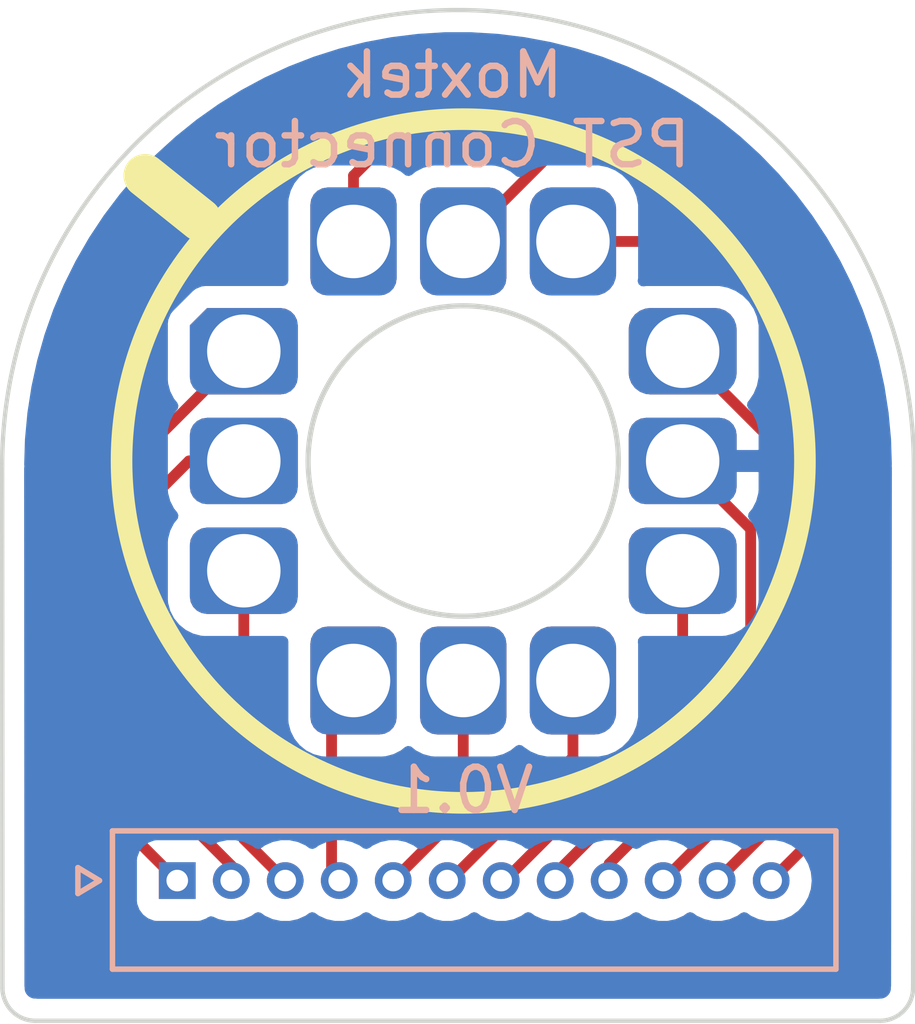
<source format=kicad_pcb>
(kicad_pcb (version 20211014) (generator pcbnew)
  (layers (0 "F.Cu" signal) (31 "B.Cu" signal) (34 "B.Paste" user) (35 "F.Paste" user) (36 "B.SilkS" user "B.Silkscreen") (37 "F.SilkS" user "F.Silkscreen") (38 "B.Mask" user) (39 "F.Mask" user) (44 "Edge.Cuts" user))
  (net 0 "")
  (net 1 "Net-(J0-Pad1)")
  (net 2 "Net-(J0-Pad2)")
  (net 3 "Net-(J0-Pad3)")
  (net 4 "Net-(J0-Pad4)")
  (net 5 "Net-(J0-Pad5)")
  (net 6 "Net-(J0-Pad6)")
  (net 7 "Net-(J0-Pad7)")
  (net 8 "Net-(J0-Pad8)")
  (net 9 "Net-(J0-Pad9)")
  (net 10 "Net-(J0-Pad10)")
  (net 11 "Net-(J0-Pad11)")
  (net 12 "Net-(J0-Pad12)")
  (footprint "Millmax_PinConnectors:12Pin_Recepticle" (layer "F.Cu") (at 135.636 73.152 -90)
    (fp_text reference "J1" hide)
    (fp_text value "Conn_01x12" hide)
    (fp_circle (center 2.54 -5.08) (end 5.08 -7.62) (layer "Edge.Cuts") (width 0.12) (fill none))
    (pad "1" thru_hole roundrect (at 0 0) (size 2.5 2) (drill 1.7) (layers *.Cu *.Mask) (roundrect_rratio 0.2) (chamfer_ratio 0.2) (chamfer top_left) (net 1 "Net-(J0-Pad1)"))
    (pad "2" thru_hole roundrect (at 2.54 0 270) (size 2 2.5) (drill 1.7) (layers *.Cu *.Mask) (roundrect_rratio 0.2) (net 2 "Net-(J0-Pad2)"))
    (pad "3" thru_hole roundrect (at 5.08 0 270) (size 2 2.5) (drill 1.7) (layers *.Cu *.Mask) (roundrect_rratio 0.2) (net 3 "Net-(J0-Pad3)"))
    (pad "4" thru_hole roundrect (at 7.62 -2.54 180) (size 2 2.5) (drill 1.7) (layers *.Mask "F.Cu" "In1.Cu" "B.Cu") (roundrect_rratio 0.2) (net 4 "Net-(J0-Pad4)"))
    (pad "5" thru_hole roundrect (at 7.62 -5.08 180) (size 2 2.5) (drill 1.7) (layers *.Mask "F.Cu" "In1.Cu" "B.Cu") (roundrect_rratio 0.2) (net 5 "Net-(J0-Pad5)"))
    (pad "6" thru_hole roundrect (at 7.62 -7.62 270) (size 2.5 2) (drill 1.7) (layers *.Mask "F.Cu" "In1.Cu" "B.Cu") (net 6 "Net-(J0-Pad6)"))
    (pad "7" thru_hole roundrect (at 5.08 -10.16 270) (size 2 2.5) (drill 1.7) (layers *.Mask "F.Cu" "In1.Cu" "B.Cu") (roundrect_rratio 0.2) (net 7 "Net-(J0-Pad7)"))
    (pad "8" thru_hole roundrect (at 2.54 -10.16 270) (size 2 2.5) (drill 1.7) (layers *.Mask "F.Cu" "In1.Cu" "B.Cu") (roundrect_rratio 0.2) (net 8 "Net-(J0-Pad8)"))
    (pad "9" thru_hole roundrect (at 0 -10.16) (size 2.5 2) (drill 1.7) (layers *.Cu *.Mask) (net 9 "Net-(J0-Pad9)"))
    (pad "10" thru_hole roundrect (at -2.54 -7.62 270) (size 2.5 2) (drill 1.7) (layers *.Mask "F.Cu" "In1.Cu" "B.Cu") (net 10 "Net-(J0-Pad10)"))
    (pad "11" thru_hole roundrect (at -2.54 -5.08 180) (size 2 2.5) (drill 1.7) (layers *.Mask "F.Cu" "In1.Cu" "B.Cu") (roundrect_rratio 0.2) (net 11 "Net-(J0-Pad11)"))
    (pad "12" thru_hole roundrect (at -2.54 -2.54 180) (size 2 2.5) (drill 1.7) (layers *.Mask "F.Cu" "In1.Cu" "B.Cu") (roundrect_rratio 0.2) (net 12 "Net-(J0-Pad12)"))
  )
  (footprint "Imports:MOLEX_530471210" (layer "B.Cu") (at 134.095 85.402 180)
    (fp_text reference "J0" hide)
    (fp_text value "Conn_01x12" hide)
    (fp_line (start 1.5 -2.05) (end -15.25 -2.05) (layer "B.SilkS") (width 0.127))
    (fp_line (start 2.3 -0.3) (end 1.8 0) (layer "B.SilkS") (width 0.127))
    (fp_line (start 1.5 1.15) (end 1.5 -2.05) (layer "B.SilkS") (width 0.127))
    (fp_line (start 2.3 0.3) (end 2.3 -0.3) (layer "B.SilkS") (width 0.127))
    (fp_line (start -15.25 -2.05) (end -15.25 1.15) (layer "B.SilkS") (width 0.127))
    (fp_line (start -15.25 1.15) (end 1.5 1.15) (layer "B.SilkS") (width 0.127))
    (fp_line (start 1.8 0) (end 2.3 0.3) (layer "B.SilkS") (width 0.127))
    (pad "1" thru_hole rect locked (at 0 0 180) (size 0.85 0.85) (drill 0.5) (layers *.Cu) (net 1 "Net-(J0-Pad1)"))
    (pad "2" thru_hole circle locked (at -1.25 0 180) (size 0.85 0.85) (drill 0.5) (layers *.Cu) (net 2 "Net-(J0-Pad2)"))
    (pad "3" thru_hole circle locked (at -2.5 0 180) (size 0.85 0.85) (drill 0.5) (layers *.Cu) (net 3 "Net-(J0-Pad3)"))
    (pad "4" thru_hole circle locked (at -3.75 0 180) (size 0.85 0.85) (drill 0.5) (layers *.Cu) (net 4 "Net-(J0-Pad4)"))
    (pad "5" thru_hole circle locked (at -5 0 180) (size 0.85 0.85) (drill 0.5) (layers *.Cu) (net 5 "Net-(J0-Pad5)"))
    (pad "6" thru_hole circle locked (at -6.25 0 180) (size 0.85 0.85) (drill 0.5) (layers *.Cu) (net 6 "Net-(J0-Pad6)"))
    (pad "7" thru_hole circle locked (at -7.5 0 180) (size 0.85 0.85) (drill 0.5) (layers *.Cu) (net 7 "Net-(J0-Pad7)"))
    (pad "8" thru_hole circle locked (at -8.75 0 180) (size 0.85 0.85) (drill 0.5) (layers *.Cu) (net 8 "Net-(J0-Pad8)"))
    (pad "9" thru_hole circle locked (at -10 0 180) (size 0.85 0.85) (drill 0.5) (layers *.Cu) (net 9 "Net-(J0-Pad9)"))
    (pad "10" thru_hole circle locked (at -11.25 0 180) (size 0.85 0.85) (drill 0.5) (layers *.Cu) (net 10 "Net-(J0-Pad10)"))
    (pad "11" thru_hole circle locked (at -12.5 0 180) (size 0.85 0.85) (drill 0.5) (layers *.Cu) (net 11 "Net-(J0-Pad11)"))
    (pad "12" thru_hole circle locked (at -13.75 0 180) (size 0.85 0.85) (drill 0.5) (layers *.Cu) (net 12 "Net-(J0-Pad12)"))
  )
  (gr_circle (center 140.716 75.692) (end 148.626785 75.692) (layer "F.SilkS") (width 0.5) (fill none))
  (gr_line (start 133.35 69.088) (end 134.62 70.104) (layer "F.SilkS") (width 1))
  (gr_arc (start 130.041418 75.81) (mid 140.595 65.256418) (end 151.148582 75.81) (layer "Edge.Cuts") (width 0.1))
  (gr_line (start 130.048 87.884) (end 130.041418 75.81) (layer "Edge.Cuts") (width 0.1))
  (gr_arc (start 151.13 87.884) (mid 150.906815 88.422815) (end 150.368 88.646) (layer "Edge.Cuts") (width 0.1))
  (gr_line (start 150.368 88.646) (end 130.81 88.646) (layer "Edge.Cuts") (width 0.1))
  (gr_line (start 151.148582 75.81) (end 151.13 87.884) (layer "Edge.Cuts") (width 0.1))
  (gr_arc (start 130.81 88.646) (mid 130.271185 88.422815) (end 130.048 87.884) (layer "Edge.Cuts") (width 0.1))
  (gr_text "Moxtek\nPST Connector" (at 140.462 67.564) (layer "B.SilkS") (effects (font (size 1 1)) (justify mirror)))
  (gr_text "V0.1" (at 140.716 83.312) (layer "B.SilkS") (effects (font (size 1 1)) (justify mirror)))
  (segment (start 134.095 85.402) (end 132.588 83.895) (width 0.25) (layer "F.Cu") (net 1))
  (segment (start 132.588 83.895) (end 132.588 76.2) (width 0.25) (layer "F.Cu") (net 1))
  (segment (start 132.588 76.2) (end 135.636 73.152) (width 0.25) (layer "F.Cu") (net 1))
  (segment (start 133.35 76.708) (end 134.366 75.692) (width 0.25) (layer "F.Cu") (net 2))
  (segment (start 134.366 75.692) (end 135.636 75.692) (width 0.25) (layer "F.Cu") (net 2))
  (segment (start 133.35 83.058) (end 133.35 76.708) (width 0.25) (layer "F.Cu") (net 2))
  (segment (start 135.345 85.402) (end 135.345 85.053) (width 0.25) (layer "F.Cu") (net 2))
  (segment (start 135.345 85.053) (end 133.35 83.058) (width 0.25) (layer "F.Cu") (net 2))
  (segment (start 135.636 84.443) (end 135.636 78.232) (width 0.25) (layer "F.Cu") (net 3))
  (segment (start 136.595 85.402) (end 135.636 84.443) (width 0.25) (layer "F.Cu") (net 3))
  (segment (start 137.668 85.225) (end 137.668 81.28) (width 0.25) (layer "F.Cu") (net 4))
  (segment (start 137.668 81.28) (end 138.176 80.772) (width 0.25) (layer "F.Cu") (net 4))
  (segment (start 137.845 85.402) (end 137.668 85.225) (width 0.25) (layer "F.Cu") (net 4))
  (segment (start 139.095 85.402) (end 140.716 83.781) (width 0.25) (layer "F.Cu") (net 5))
  (segment (start 140.716 83.781) (end 140.716 80.772) (width 0.25) (layer "F.Cu") (net 5))
  (segment (start 140.404 85.402) (end 143.256 82.55) (width 0.25) (layer "F.Cu") (net 6))
  (segment (start 143.256 82.55) (end 143.256 80.772) (width 0.25) (layer "F.Cu") (net 6))
  (segment (start 145.796 81.28) (end 145.796 78.232) (width 0.25) (layer "F.Cu") (net 7))
  (segment (start 141.674 85.402) (end 145.796 81.28) (width 0.25) (layer "F.Cu") (net 7))
  (segment (start 147.371 80.721) (end 147.371 77.267) (width 0.25) (layer "F.Cu") (net 8))
  (segment (start 147.371 77.267) (end 145.796 75.692) (width 0.25) (layer "F.Cu") (net 8))
  (segment (start 142.845 85.247) (end 147.371 80.721) (width 0.25) (layer "F.Cu") (net 8))
  (segment (start 147.820501 75.176501) (end 145.796 73.152) (width 0.25) (layer "F.Cu") (net 9))
  (segment (start 144.095 85.402) (end 144.095 85.013) (width 0.25) (layer "F.Cu") (net 9))
  (segment (start 144.095 85.013) (end 147.820501 81.287499) (width 0.25) (layer "F.Cu") (net 9))
  (segment (start 147.820501 81.287499) (end 147.820501 75.176501) (width 0.25) (layer "F.Cu") (net 9))
  (segment (start 148.270501 72.578501) (end 146.304 70.612) (width 0.25) (layer "F.Cu") (net 10))
  (segment (start 146.304 70.612) (end 143.256 70.612) (width 0.25) (layer "F.Cu") (net 10))
  (segment (start 145.345 85.402) (end 148.270501 82.476499) (width 0.25) (layer "F.Cu") (net 10))
  (segment (start 148.270501 82.476499) (end 148.270501 72.578501) (width 0.25) (layer "F.Cu") (net 10))
  (segment (start 144.65369 68.326) (end 143.002 68.326) (width 0.25) (layer "F.Cu") (net 11))
  (segment (start 146.595 85.402) (end 148.720002 83.276998) (width 0.25) (layer "F.Cu") (net 11))
  (segment (start 148.720002 72.392312) (end 144.65369 68.326) (width 0.25) (layer "F.Cu") (net 11))
  (segment (start 148.720002 83.276998) (end 148.720002 72.392312) (width 0.25) (layer "F.Cu") (net 11))
  (segment (start 143.002 68.326) (end 140.716 70.612) (width 0.25) (layer "F.Cu") (net 11))
  (segment (start 144.78138 67.818) (end 139.446 67.818) (width 0.25) (layer "F.Cu") (net 12))
  (segment (start 139.446 67.818) (end 138.176 69.088) (width 0.25) (layer "F.Cu") (net 12))
  (segment (start 149.169503 84.077497) (end 149.169503 72.206123) (width 0.25) (layer "F.Cu") (net 12))
  (segment (start 149.169503 72.206123) (end 144.78138 67.818) (width 0.25) (layer "F.Cu") (net 12))
  (segment (start 138.176 69.088) (end 138.176 70.612) (width 0.25) (layer "F.Cu") (net 12))
  (segment (start 147.845 85.402) (end 149.169503 84.077497) (width 0.25) (layer "F.Cu") (net 12))
  (zone (net 8) (net_name "Net-(J0-Pad8)") (layer "B.Cu") (connect_pads (clearance 0.508)) (min_thickness 0.254) (fill yes (thermal_gap 0.508) (thermal_bridge_width 0.508) (island_removal_mode 2) (island_area_min 3))
    (polygon (pts (xy 151.13 88.646) (xy 130.048 88.646) (xy 130.048 65.024) (xy 151.13 65.024)))
  )
)
</source>
